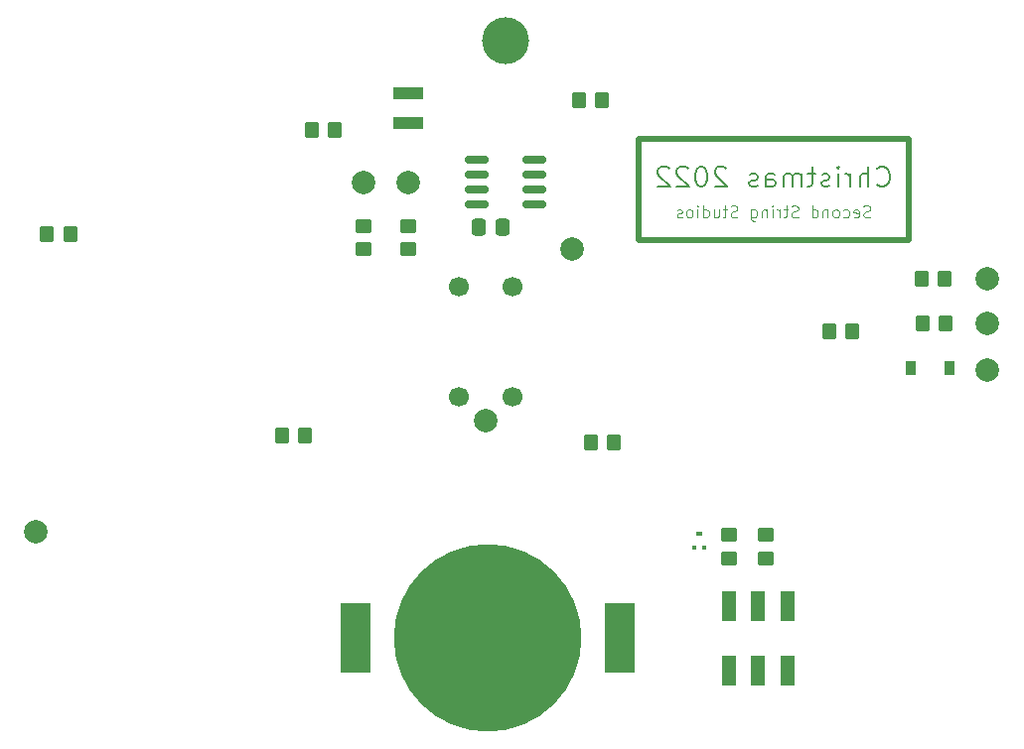
<source format=gbs>
%TF.GenerationSoftware,KiCad,Pcbnew,(6.0.2-0)*%
%TF.CreationDate,2022-12-09T19:44:05+01:00*%
%TF.ProjectId,ornament_2022,6f726e61-6d65-46e7-945f-323032322e6b,rev?*%
%TF.SameCoordinates,Original*%
%TF.FileFunction,Soldermask,Bot*%
%TF.FilePolarity,Negative*%
%FSLAX46Y46*%
G04 Gerber Fmt 4.6, Leading zero omitted, Abs format (unit mm)*
G04 Created by KiCad (PCBNEW (6.0.2-0)) date 2022-12-09 19:44:05*
%MOMM*%
%LPD*%
G01*
G04 APERTURE LIST*
G04 Aperture macros list*
%AMRoundRect*
0 Rectangle with rounded corners*
0 $1 Rounding radius*
0 $2 $3 $4 $5 $6 $7 $8 $9 X,Y pos of 4 corners*
0 Add a 4 corners polygon primitive as box body*
4,1,4,$2,$3,$4,$5,$6,$7,$8,$9,$2,$3,0*
0 Add four circle primitives for the rounded corners*
1,1,$1+$1,$2,$3*
1,1,$1+$1,$4,$5*
1,1,$1+$1,$6,$7*
1,1,$1+$1,$8,$9*
0 Add four rect primitives between the rounded corners*
20,1,$1+$1,$2,$3,$4,$5,0*
20,1,$1+$1,$4,$5,$6,$7,0*
20,1,$1+$1,$6,$7,$8,$9,0*
20,1,$1+$1,$8,$9,$2,$3,0*%
G04 Aperture macros list end*
%ADD10C,0.500000*%
%ADD11C,0.200000*%
%ADD12C,0.100000*%
%ADD13C,4.000000*%
%ADD14RoundRect,0.250000X-0.350000X-0.450000X0.350000X-0.450000X0.350000X0.450000X-0.350000X0.450000X0*%
%ADD15C,1.700000*%
%ADD16C,2.000000*%
%ADD17R,2.500000X1.000000*%
%ADD18RoundRect,0.250000X-0.450000X0.350000X-0.450000X-0.350000X0.450000X-0.350000X0.450000X0.350000X0*%
%ADD19RoundRect,0.250000X0.350000X0.450000X-0.350000X0.450000X-0.350000X-0.450000X0.350000X-0.450000X0*%
%ADD20RoundRect,0.250000X-0.337500X-0.475000X0.337500X-0.475000X0.337500X0.475000X-0.337500X0.475000X0*%
%ADD21R,0.400000X0.450000*%
%ADD22R,0.500000X0.450000*%
%ADD23RoundRect,0.250000X0.450000X-0.350000X0.450000X0.350000X-0.450000X0.350000X-0.450000X-0.350000X0*%
%ADD24R,0.900000X1.200000*%
%ADD25RoundRect,0.150000X-0.825000X-0.150000X0.825000X-0.150000X0.825000X0.150000X-0.825000X0.150000X0*%
%ADD26R,2.500000X6.000000*%
%ADD27C,16.000000*%
%ADD28R,1.200000X2.500000*%
G04 APERTURE END LIST*
D10*
X244538500Y-44577000D02*
X221551500Y-44577000D01*
X221551500Y-44577000D02*
X221551500Y-53213000D01*
X221551500Y-53213000D02*
X244538500Y-53213000D01*
X244538500Y-53213000D02*
X244538500Y-44577000D01*
D11*
X241868809Y-48486142D02*
X241949761Y-48567095D01*
X242192619Y-48648047D01*
X242354523Y-48648047D01*
X242597380Y-48567095D01*
X242759285Y-48405190D01*
X242840238Y-48243285D01*
X242921190Y-47919476D01*
X242921190Y-47676619D01*
X242840238Y-47352809D01*
X242759285Y-47190904D01*
X242597380Y-47029000D01*
X242354523Y-46948047D01*
X242192619Y-46948047D01*
X241949761Y-47029000D01*
X241868809Y-47109952D01*
X241140238Y-48648047D02*
X241140238Y-46948047D01*
X240411666Y-48648047D02*
X240411666Y-47757571D01*
X240492619Y-47595666D01*
X240654523Y-47514714D01*
X240897380Y-47514714D01*
X241059285Y-47595666D01*
X241140238Y-47676619D01*
X239602142Y-48648047D02*
X239602142Y-47514714D01*
X239602142Y-47838523D02*
X239521190Y-47676619D01*
X239440238Y-47595666D01*
X239278333Y-47514714D01*
X239116428Y-47514714D01*
X238549761Y-48648047D02*
X238549761Y-47514714D01*
X238549761Y-46948047D02*
X238630714Y-47029000D01*
X238549761Y-47109952D01*
X238468809Y-47029000D01*
X238549761Y-46948047D01*
X238549761Y-47109952D01*
X237821190Y-48567095D02*
X237659285Y-48648047D01*
X237335476Y-48648047D01*
X237173571Y-48567095D01*
X237092619Y-48405190D01*
X237092619Y-48324238D01*
X237173571Y-48162333D01*
X237335476Y-48081380D01*
X237578333Y-48081380D01*
X237740238Y-48000428D01*
X237821190Y-47838523D01*
X237821190Y-47757571D01*
X237740238Y-47595666D01*
X237578333Y-47514714D01*
X237335476Y-47514714D01*
X237173571Y-47595666D01*
X236606904Y-47514714D02*
X235959285Y-47514714D01*
X236364047Y-46948047D02*
X236364047Y-48405190D01*
X236283095Y-48567095D01*
X236121190Y-48648047D01*
X235959285Y-48648047D01*
X235392619Y-48648047D02*
X235392619Y-47514714D01*
X235392619Y-47676619D02*
X235311666Y-47595666D01*
X235149761Y-47514714D01*
X234906904Y-47514714D01*
X234745000Y-47595666D01*
X234664047Y-47757571D01*
X234664047Y-48648047D01*
X234664047Y-47757571D02*
X234583095Y-47595666D01*
X234421190Y-47514714D01*
X234178333Y-47514714D01*
X234016428Y-47595666D01*
X233935476Y-47757571D01*
X233935476Y-48648047D01*
X232397380Y-48648047D02*
X232397380Y-47757571D01*
X232478333Y-47595666D01*
X232640238Y-47514714D01*
X232964047Y-47514714D01*
X233125952Y-47595666D01*
X232397380Y-48567095D02*
X232559285Y-48648047D01*
X232964047Y-48648047D01*
X233125952Y-48567095D01*
X233206904Y-48405190D01*
X233206904Y-48243285D01*
X233125952Y-48081380D01*
X232964047Y-48000428D01*
X232559285Y-48000428D01*
X232397380Y-47919476D01*
X231668809Y-48567095D02*
X231506904Y-48648047D01*
X231183095Y-48648047D01*
X231021190Y-48567095D01*
X230940238Y-48405190D01*
X230940238Y-48324238D01*
X231021190Y-48162333D01*
X231183095Y-48081380D01*
X231425952Y-48081380D01*
X231587857Y-48000428D01*
X231668809Y-47838523D01*
X231668809Y-47757571D01*
X231587857Y-47595666D01*
X231425952Y-47514714D01*
X231183095Y-47514714D01*
X231021190Y-47595666D01*
X228997380Y-47109952D02*
X228916428Y-47029000D01*
X228754523Y-46948047D01*
X228349761Y-46948047D01*
X228187857Y-47029000D01*
X228106904Y-47109952D01*
X228025952Y-47271857D01*
X228025952Y-47433761D01*
X228106904Y-47676619D01*
X229078333Y-48648047D01*
X228025952Y-48648047D01*
X226973571Y-46948047D02*
X226811666Y-46948047D01*
X226649761Y-47029000D01*
X226568809Y-47109952D01*
X226487857Y-47271857D01*
X226406904Y-47595666D01*
X226406904Y-48000428D01*
X226487857Y-48324238D01*
X226568809Y-48486142D01*
X226649761Y-48567095D01*
X226811666Y-48648047D01*
X226973571Y-48648047D01*
X227135476Y-48567095D01*
X227216428Y-48486142D01*
X227297380Y-48324238D01*
X227378333Y-48000428D01*
X227378333Y-47595666D01*
X227297380Y-47271857D01*
X227216428Y-47109952D01*
X227135476Y-47029000D01*
X226973571Y-46948047D01*
X225759285Y-47109952D02*
X225678333Y-47029000D01*
X225516428Y-46948047D01*
X225111666Y-46948047D01*
X224949761Y-47029000D01*
X224868809Y-47109952D01*
X224787857Y-47271857D01*
X224787857Y-47433761D01*
X224868809Y-47676619D01*
X225840238Y-48648047D01*
X224787857Y-48648047D01*
X224140238Y-47109952D02*
X224059285Y-47029000D01*
X223897380Y-46948047D01*
X223492619Y-46948047D01*
X223330714Y-47029000D01*
X223249761Y-47109952D01*
X223168809Y-47271857D01*
X223168809Y-47433761D01*
X223249761Y-47676619D01*
X224221190Y-48648047D01*
X223168809Y-48648047D01*
D12*
X241283095Y-51204761D02*
X241140238Y-51252380D01*
X240902142Y-51252380D01*
X240806904Y-51204761D01*
X240759285Y-51157142D01*
X240711666Y-51061904D01*
X240711666Y-50966666D01*
X240759285Y-50871428D01*
X240806904Y-50823809D01*
X240902142Y-50776190D01*
X241092619Y-50728571D01*
X241187857Y-50680952D01*
X241235476Y-50633333D01*
X241283095Y-50538095D01*
X241283095Y-50442857D01*
X241235476Y-50347619D01*
X241187857Y-50300000D01*
X241092619Y-50252380D01*
X240854523Y-50252380D01*
X240711666Y-50300000D01*
X239902142Y-51204761D02*
X239997380Y-51252380D01*
X240187857Y-51252380D01*
X240283095Y-51204761D01*
X240330714Y-51109523D01*
X240330714Y-50728571D01*
X240283095Y-50633333D01*
X240187857Y-50585714D01*
X239997380Y-50585714D01*
X239902142Y-50633333D01*
X239854523Y-50728571D01*
X239854523Y-50823809D01*
X240330714Y-50919047D01*
X238997380Y-51204761D02*
X239092619Y-51252380D01*
X239283095Y-51252380D01*
X239378333Y-51204761D01*
X239425952Y-51157142D01*
X239473571Y-51061904D01*
X239473571Y-50776190D01*
X239425952Y-50680952D01*
X239378333Y-50633333D01*
X239283095Y-50585714D01*
X239092619Y-50585714D01*
X238997380Y-50633333D01*
X238425952Y-51252380D02*
X238521190Y-51204761D01*
X238568809Y-51157142D01*
X238616428Y-51061904D01*
X238616428Y-50776190D01*
X238568809Y-50680952D01*
X238521190Y-50633333D01*
X238425952Y-50585714D01*
X238283095Y-50585714D01*
X238187857Y-50633333D01*
X238140238Y-50680952D01*
X238092619Y-50776190D01*
X238092619Y-51061904D01*
X238140238Y-51157142D01*
X238187857Y-51204761D01*
X238283095Y-51252380D01*
X238425952Y-51252380D01*
X237664047Y-50585714D02*
X237664047Y-51252380D01*
X237664047Y-50680952D02*
X237616428Y-50633333D01*
X237521190Y-50585714D01*
X237378333Y-50585714D01*
X237283095Y-50633333D01*
X237235476Y-50728571D01*
X237235476Y-51252380D01*
X236330714Y-51252380D02*
X236330714Y-50252380D01*
X236330714Y-51204761D02*
X236425952Y-51252380D01*
X236616428Y-51252380D01*
X236711666Y-51204761D01*
X236759285Y-51157142D01*
X236806904Y-51061904D01*
X236806904Y-50776190D01*
X236759285Y-50680952D01*
X236711666Y-50633333D01*
X236616428Y-50585714D01*
X236425952Y-50585714D01*
X236330714Y-50633333D01*
X235140238Y-51204761D02*
X234997380Y-51252380D01*
X234759285Y-51252380D01*
X234664047Y-51204761D01*
X234616428Y-51157142D01*
X234568809Y-51061904D01*
X234568809Y-50966666D01*
X234616428Y-50871428D01*
X234664047Y-50823809D01*
X234759285Y-50776190D01*
X234949761Y-50728571D01*
X235045000Y-50680952D01*
X235092619Y-50633333D01*
X235140238Y-50538095D01*
X235140238Y-50442857D01*
X235092619Y-50347619D01*
X235045000Y-50300000D01*
X234949761Y-50252380D01*
X234711666Y-50252380D01*
X234568809Y-50300000D01*
X234283095Y-50585714D02*
X233902142Y-50585714D01*
X234140238Y-50252380D02*
X234140238Y-51109523D01*
X234092619Y-51204761D01*
X233997380Y-51252380D01*
X233902142Y-51252380D01*
X233568809Y-51252380D02*
X233568809Y-50585714D01*
X233568809Y-50776190D02*
X233521190Y-50680952D01*
X233473571Y-50633333D01*
X233378333Y-50585714D01*
X233283095Y-50585714D01*
X232949761Y-51252380D02*
X232949761Y-50585714D01*
X232949761Y-50252380D02*
X232997380Y-50300000D01*
X232949761Y-50347619D01*
X232902142Y-50300000D01*
X232949761Y-50252380D01*
X232949761Y-50347619D01*
X232473571Y-50585714D02*
X232473571Y-51252380D01*
X232473571Y-50680952D02*
X232425952Y-50633333D01*
X232330714Y-50585714D01*
X232187857Y-50585714D01*
X232092619Y-50633333D01*
X232045000Y-50728571D01*
X232045000Y-51252380D01*
X231140238Y-50585714D02*
X231140238Y-51395238D01*
X231187857Y-51490476D01*
X231235476Y-51538095D01*
X231330714Y-51585714D01*
X231473571Y-51585714D01*
X231568809Y-51538095D01*
X231140238Y-51204761D02*
X231235476Y-51252380D01*
X231425952Y-51252380D01*
X231521190Y-51204761D01*
X231568809Y-51157142D01*
X231616428Y-51061904D01*
X231616428Y-50776190D01*
X231568809Y-50680952D01*
X231521190Y-50633333D01*
X231425952Y-50585714D01*
X231235476Y-50585714D01*
X231140238Y-50633333D01*
X229949761Y-51204761D02*
X229806904Y-51252380D01*
X229568809Y-51252380D01*
X229473571Y-51204761D01*
X229425952Y-51157142D01*
X229378333Y-51061904D01*
X229378333Y-50966666D01*
X229425952Y-50871428D01*
X229473571Y-50823809D01*
X229568809Y-50776190D01*
X229759285Y-50728571D01*
X229854523Y-50680952D01*
X229902142Y-50633333D01*
X229949761Y-50538095D01*
X229949761Y-50442857D01*
X229902142Y-50347619D01*
X229854523Y-50300000D01*
X229759285Y-50252380D01*
X229521190Y-50252380D01*
X229378333Y-50300000D01*
X229092619Y-50585714D02*
X228711666Y-50585714D01*
X228949761Y-50252380D02*
X228949761Y-51109523D01*
X228902142Y-51204761D01*
X228806904Y-51252380D01*
X228711666Y-51252380D01*
X227949761Y-50585714D02*
X227949761Y-51252380D01*
X228378333Y-50585714D02*
X228378333Y-51109523D01*
X228330714Y-51204761D01*
X228235476Y-51252380D01*
X228092619Y-51252380D01*
X227997380Y-51204761D01*
X227949761Y-51157142D01*
X227045000Y-51252380D02*
X227045000Y-50252380D01*
X227045000Y-51204761D02*
X227140238Y-51252380D01*
X227330714Y-51252380D01*
X227425952Y-51204761D01*
X227473571Y-51157142D01*
X227521190Y-51061904D01*
X227521190Y-50776190D01*
X227473571Y-50680952D01*
X227425952Y-50633333D01*
X227330714Y-50585714D01*
X227140238Y-50585714D01*
X227045000Y-50633333D01*
X226568809Y-51252380D02*
X226568809Y-50585714D01*
X226568809Y-50252380D02*
X226616428Y-50300000D01*
X226568809Y-50347619D01*
X226521190Y-50300000D01*
X226568809Y-50252380D01*
X226568809Y-50347619D01*
X225949761Y-51252380D02*
X226045000Y-51204761D01*
X226092619Y-51157142D01*
X226140238Y-51061904D01*
X226140238Y-50776190D01*
X226092619Y-50680952D01*
X226045000Y-50633333D01*
X225949761Y-50585714D01*
X225806904Y-50585714D01*
X225711666Y-50633333D01*
X225664047Y-50680952D01*
X225616428Y-50776190D01*
X225616428Y-51061904D01*
X225664047Y-51157142D01*
X225711666Y-51204761D01*
X225806904Y-51252380D01*
X225949761Y-51252380D01*
X225235476Y-51204761D02*
X225140238Y-51252380D01*
X224949761Y-51252380D01*
X224854523Y-51204761D01*
X224806904Y-51109523D01*
X224806904Y-51061904D01*
X224854523Y-50966666D01*
X224949761Y-50919047D01*
X225092619Y-50919047D01*
X225187857Y-50871428D01*
X225235476Y-50776190D01*
X225235476Y-50728571D01*
X225187857Y-50633333D01*
X225092619Y-50585714D01*
X224949761Y-50585714D01*
X224854523Y-50633333D01*
D13*
%TO.C,REF\u002A\u002A*%
X210185000Y-36195000D03*
%TD*%
D14*
%TO.C,R2*%
X245650000Y-56515000D03*
X247650000Y-56515000D03*
%TD*%
D15*
%TO.C,J4*%
X206216954Y-57150000D03*
%TD*%
D16*
%TO.C,TP1*%
X215900000Y-53975000D03*
%TD*%
%TO.C,TP6*%
X251248826Y-64243474D03*
%TD*%
D17*
%TO.C,J2*%
X201930000Y-43180000D03*
X201930000Y-40640000D03*
%TD*%
D18*
%TO.C,R12*%
X198120000Y-51975000D03*
X198120000Y-53975000D03*
%TD*%
D16*
%TO.C,TP4*%
X198120000Y-48260000D03*
%TD*%
D14*
%TO.C,R8*%
X193675000Y-43815000D03*
X195675000Y-43815000D03*
%TD*%
D15*
%TO.C,J1*%
X210820000Y-57150000D03*
%TD*%
D18*
%TO.C,R11*%
X201930000Y-51975000D03*
X201930000Y-53975000D03*
%TD*%
D19*
%TO.C,R10*%
X247745000Y-60325000D03*
X245745000Y-60325000D03*
%TD*%
D16*
%TO.C,TP3*%
X201930000Y-48260000D03*
%TD*%
%TO.C,TP8*%
X251301954Y-60325000D03*
%TD*%
D20*
%TO.C,C1*%
X207877500Y-52070000D03*
X209952500Y-52070000D03*
%TD*%
D19*
%TO.C,R7*%
X219440000Y-70485000D03*
X217440000Y-70485000D03*
%TD*%
D16*
%TO.C,TP2*%
X170180000Y-78105000D03*
%TD*%
%TO.C,TP5*%
X208534000Y-68580000D03*
%TD*%
%TO.C,TP7*%
X251248826Y-56515000D03*
%TD*%
D21*
%TO.C,Q2*%
X227095000Y-79442000D03*
X226295000Y-79442000D03*
D22*
X226695000Y-78292000D03*
%TD*%
D23*
%TO.C,R1*%
X232410000Y-80375000D03*
X232410000Y-78375000D03*
%TD*%
D24*
%TO.C,D1*%
X244730000Y-64135000D03*
X248030000Y-64135000D03*
%TD*%
D15*
%TO.C,J3*%
X210820000Y-66548000D03*
%TD*%
%TO.C,J5*%
X206216954Y-66548000D03*
%TD*%
D25*
%TO.C,U1*%
X207710000Y-50165000D03*
X207710000Y-48895000D03*
X207710000Y-47625000D03*
X207710000Y-46355000D03*
X212660000Y-46355000D03*
X212660000Y-47625000D03*
X212660000Y-48895000D03*
X212660000Y-50165000D03*
%TD*%
D14*
%TO.C,R6*%
X191135000Y-69850000D03*
X193135000Y-69850000D03*
%TD*%
D26*
%TO.C,BT1*%
X219903826Y-87103474D03*
X197403826Y-87103474D03*
D27*
X208653826Y-87103474D03*
%TD*%
D28*
%TO.C,S1*%
X229235000Y-84455000D03*
X231735000Y-84455000D03*
X234235000Y-84455000D03*
X229235000Y-89955000D03*
X231735000Y-89955000D03*
X234235000Y-89955000D03*
%TD*%
D18*
%TO.C,R9*%
X229235000Y-78375000D03*
X229235000Y-80375000D03*
%TD*%
D19*
%TO.C,R4*%
X218440000Y-41275000D03*
X216440000Y-41275000D03*
%TD*%
%TO.C,R3*%
X239760000Y-60960000D03*
X237760000Y-60960000D03*
%TD*%
D14*
%TO.C,R5*%
X171085000Y-52705000D03*
X173085000Y-52705000D03*
%TD*%
M02*

</source>
